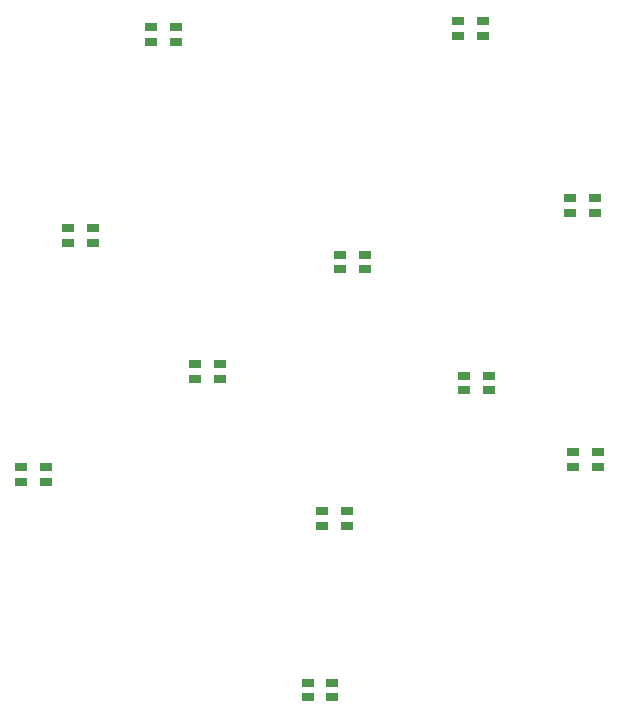
<source format=gbr>
%TF.GenerationSoftware,KiCad,Pcbnew,(5.1.10)-1*%
%TF.CreationDate,2021-12-02T14:29:14+01:00*%
%TF.ProjectId,TVZ_kuglica,54565a5f-6b75-4676-9c69-63612e6b6963,rev?*%
%TF.SameCoordinates,Original*%
%TF.FileFunction,Paste,Top*%
%TF.FilePolarity,Positive*%
%FSLAX46Y46*%
G04 Gerber Fmt 4.6, Leading zero omitted, Abs format (unit mm)*
G04 Created by KiCad (PCBNEW (5.1.10)-1) date 2021-12-02 14:29:14*
%MOMM*%
%LPD*%
G01*
G04 APERTURE LIST*
%ADD10R,1.100000X0.750000*%
G04 APERTURE END LIST*
D10*
%TO.C,D1*%
X115450000Y-91125000D03*
X117550000Y-91125000D03*
X115450000Y-92375000D03*
X117550000Y-92375000D03*
%TD*%
%TO.C,D2*%
X124550000Y-75375000D03*
X122450000Y-75375000D03*
X124550000Y-74125000D03*
X122450000Y-74125000D03*
%TD*%
%TO.C,D3*%
X148450000Y-73625000D03*
X150550000Y-73625000D03*
X148450000Y-74875000D03*
X150550000Y-74875000D03*
%TD*%
%TO.C,D4*%
X128300000Y-103875000D03*
X126200000Y-103875000D03*
X128300000Y-102625000D03*
X126200000Y-102625000D03*
%TD*%
%TO.C,D5*%
X111450000Y-111375000D03*
X113550000Y-111375000D03*
X111450000Y-112625000D03*
X113550000Y-112625000D03*
%TD*%
%TO.C,D6*%
X139050000Y-116375000D03*
X136950000Y-116375000D03*
X139050000Y-115125000D03*
X136950000Y-115125000D03*
%TD*%
%TO.C,D8*%
X160300000Y-111375000D03*
X158200000Y-111375000D03*
X160300000Y-110125000D03*
X158200000Y-110125000D03*
%TD*%
%TO.C,D9*%
X157950000Y-88625000D03*
X160050000Y-88625000D03*
X157950000Y-89875000D03*
X160050000Y-89875000D03*
%TD*%
%TO.C,D10*%
X151050000Y-104875000D03*
X148950000Y-104875000D03*
X151050000Y-103625000D03*
X148950000Y-103625000D03*
%TD*%
%TO.C,D7*%
X135700000Y-129625000D03*
X137800000Y-129625000D03*
X135700000Y-130875000D03*
X137800000Y-130875000D03*
%TD*%
%TO.C,D11*%
X138450000Y-93375000D03*
X140550000Y-93375000D03*
X138450000Y-94625000D03*
X140550000Y-94625000D03*
%TD*%
M02*

</source>
